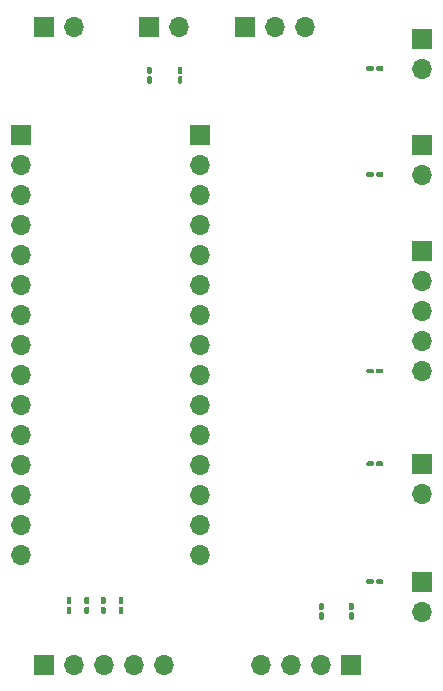
<source format=gbr>
%TF.GenerationSoftware,KiCad,Pcbnew,5.1.7-a382d34a8~88~ubuntu18.04.1*%
%TF.CreationDate,2021-02-15T20:29:51+09:00*%
%TF.ProjectId,atmega328p,61746d65-6761-4333-9238-702e6b696361,rev?*%
%TF.SameCoordinates,Original*%
%TF.FileFunction,Soldermask,Top*%
%TF.FilePolarity,Negative*%
%FSLAX46Y46*%
G04 Gerber Fmt 4.6, Leading zero omitted, Abs format (unit mm)*
G04 Created by KiCad (PCBNEW 5.1.7-a382d34a8~88~ubuntu18.04.1) date 2021-02-15 20:29:51*
%MOMM*%
%LPD*%
G01*
G04 APERTURE LIST*
%ADD10R,1.700000X1.700000*%
%ADD11O,1.700000X1.700000*%
G04 APERTURE END LIST*
D10*
%TO.C,J1*%
X63000000Y-52160000D03*
D11*
X63000000Y-54700000D03*
X63000000Y-57240000D03*
X63000000Y-59780000D03*
X63000000Y-62320000D03*
X63000000Y-64860000D03*
X63000000Y-67400000D03*
X63000000Y-69940000D03*
X63000000Y-72480000D03*
X63000000Y-75020000D03*
X63000000Y-77560000D03*
X63000000Y-80100000D03*
X63000000Y-82640000D03*
X63000000Y-85180000D03*
X63000000Y-87720000D03*
%TD*%
D10*
%TO.C,J2*%
X65000000Y-43000000D03*
D11*
X67540000Y-43000000D03*
%TD*%
%TO.C,J3*%
X78220000Y-87720000D03*
X78220000Y-85180000D03*
X78220000Y-82640000D03*
X78220000Y-80100000D03*
X78220000Y-77560000D03*
X78220000Y-75020000D03*
X78220000Y-72480000D03*
X78220000Y-69940000D03*
X78220000Y-67400000D03*
X78220000Y-64860000D03*
X78220000Y-62320000D03*
X78220000Y-59780000D03*
X78220000Y-57240000D03*
X78220000Y-54700000D03*
D10*
X78220000Y-52160000D03*
%TD*%
%TO.C,J4*%
X82000000Y-43000000D03*
D11*
X84540000Y-43000000D03*
X87080000Y-43000000D03*
%TD*%
%TO.C,J5*%
X97000000Y-46540000D03*
D10*
X97000000Y-44000000D03*
%TD*%
%TO.C,J6*%
X97000000Y-53000000D03*
D11*
X97000000Y-55540000D03*
%TD*%
D10*
%TO.C,J7*%
X97000000Y-62000000D03*
D11*
X97000000Y-64540000D03*
X97000000Y-67080000D03*
X97000000Y-69620000D03*
X97000000Y-72160000D03*
%TD*%
D10*
%TO.C,J8*%
X97000000Y-80000000D03*
D11*
X97000000Y-82540000D03*
%TD*%
%TO.C,J9*%
X97000000Y-92540000D03*
D10*
X97000000Y-90000000D03*
%TD*%
%TO.C,R1*%
G36*
G01*
X92910000Y-79910000D02*
X92910000Y-80110000D01*
G75*
G02*
X92810000Y-80210000I-100000J0D01*
G01*
X92375000Y-80210000D01*
G75*
G02*
X92275000Y-80110000I0J100000D01*
G01*
X92275000Y-79910000D01*
G75*
G02*
X92375000Y-79810000I100000J0D01*
G01*
X92810000Y-79810000D01*
G75*
G02*
X92910000Y-79910000I0J-100000D01*
G01*
G37*
G36*
G01*
X93725000Y-79910000D02*
X93725000Y-80110000D01*
G75*
G02*
X93625000Y-80210000I-100000J0D01*
G01*
X93190000Y-80210000D01*
G75*
G02*
X93090000Y-80110000I0J100000D01*
G01*
X93090000Y-79910000D01*
G75*
G02*
X93190000Y-79810000I100000J0D01*
G01*
X93625000Y-79810000D01*
G75*
G02*
X93725000Y-79910000I0J-100000D01*
G01*
G37*
%TD*%
%TO.C,R2*%
G36*
G01*
X93725000Y-89890000D02*
X93725000Y-90090000D01*
G75*
G02*
X93625000Y-90190000I-100000J0D01*
G01*
X93190000Y-90190000D01*
G75*
G02*
X93090000Y-90090000I0J100000D01*
G01*
X93090000Y-89890000D01*
G75*
G02*
X93190000Y-89790000I100000J0D01*
G01*
X93625000Y-89790000D01*
G75*
G02*
X93725000Y-89890000I0J-100000D01*
G01*
G37*
G36*
G01*
X92910000Y-89890000D02*
X92910000Y-90090000D01*
G75*
G02*
X92810000Y-90190000I-100000J0D01*
G01*
X92375000Y-90190000D01*
G75*
G02*
X92275000Y-90090000I0J100000D01*
G01*
X92275000Y-89890000D01*
G75*
G02*
X92375000Y-89790000I100000J0D01*
G01*
X92810000Y-89790000D01*
G75*
G02*
X92910000Y-89890000I0J-100000D01*
G01*
G37*
%TD*%
%TO.C,R3*%
G36*
G01*
X92910000Y-46440000D02*
X92910000Y-46640000D01*
G75*
G02*
X92810000Y-46740000I-100000J0D01*
G01*
X92375000Y-46740000D01*
G75*
G02*
X92275000Y-46640000I0J100000D01*
G01*
X92275000Y-46440000D01*
G75*
G02*
X92375000Y-46340000I100000J0D01*
G01*
X92810000Y-46340000D01*
G75*
G02*
X92910000Y-46440000I0J-100000D01*
G01*
G37*
G36*
G01*
X93725000Y-46440000D02*
X93725000Y-46640000D01*
G75*
G02*
X93625000Y-46740000I-100000J0D01*
G01*
X93190000Y-46740000D01*
G75*
G02*
X93090000Y-46640000I0J100000D01*
G01*
X93090000Y-46440000D01*
G75*
G02*
X93190000Y-46340000I100000J0D01*
G01*
X93625000Y-46340000D01*
G75*
G02*
X93725000Y-46440000I0J-100000D01*
G01*
G37*
%TD*%
%TO.C,R4*%
G36*
G01*
X93725000Y-55420000D02*
X93725000Y-55620000D01*
G75*
G02*
X93625000Y-55720000I-100000J0D01*
G01*
X93190000Y-55720000D01*
G75*
G02*
X93090000Y-55620000I0J100000D01*
G01*
X93090000Y-55420000D01*
G75*
G02*
X93190000Y-55320000I100000J0D01*
G01*
X93625000Y-55320000D01*
G75*
G02*
X93725000Y-55420000I0J-100000D01*
G01*
G37*
G36*
G01*
X92910000Y-55420000D02*
X92910000Y-55620000D01*
G75*
G02*
X92810000Y-55720000I-100000J0D01*
G01*
X92375000Y-55720000D01*
G75*
G02*
X92275000Y-55620000I0J100000D01*
G01*
X92275000Y-55420000D01*
G75*
G02*
X92375000Y-55320000I100000J0D01*
G01*
X92810000Y-55320000D01*
G75*
G02*
X92910000Y-55420000I0J-100000D01*
G01*
G37*
%TD*%
%TO.C,R5*%
G36*
G01*
X93725000Y-72060000D02*
X93725000Y-72260000D01*
G75*
G02*
X93625000Y-72360000I-100000J0D01*
G01*
X93190000Y-72360000D01*
G75*
G02*
X93090000Y-72260000I0J100000D01*
G01*
X93090000Y-72060000D01*
G75*
G02*
X93190000Y-71960000I100000J0D01*
G01*
X93625000Y-71960000D01*
G75*
G02*
X93725000Y-72060000I0J-100000D01*
G01*
G37*
G36*
G01*
X92910000Y-72060000D02*
X92910000Y-72260000D01*
G75*
G02*
X92810000Y-72360000I-100000J0D01*
G01*
X92375000Y-72360000D01*
G75*
G02*
X92275000Y-72260000I0J100000D01*
G01*
X92275000Y-72060000D01*
G75*
G02*
X92375000Y-71960000I100000J0D01*
G01*
X92810000Y-71960000D01*
G75*
G02*
X92910000Y-72060000I0J-100000D01*
G01*
G37*
%TD*%
%TO.C,J10*%
X65000000Y-97000000D03*
D11*
X67540000Y-97000000D03*
X70080000Y-97000000D03*
X72620000Y-97000000D03*
X75160000Y-97000000D03*
%TD*%
D10*
%TO.C,J11*%
X91000000Y-97000000D03*
D11*
X88460000Y-97000000D03*
X85920000Y-97000000D03*
X83380000Y-97000000D03*
%TD*%
%TO.C,R6*%
G36*
G01*
X67000000Y-91275000D02*
X67200000Y-91275000D01*
G75*
G02*
X67300000Y-91375000I0J-100000D01*
G01*
X67300000Y-91810000D01*
G75*
G02*
X67200000Y-91910000I-100000J0D01*
G01*
X67000000Y-91910000D01*
G75*
G02*
X66900000Y-91810000I0J100000D01*
G01*
X66900000Y-91375000D01*
G75*
G02*
X67000000Y-91275000I100000J0D01*
G01*
G37*
G36*
G01*
X67000000Y-92090000D02*
X67200000Y-92090000D01*
G75*
G02*
X67300000Y-92190000I0J-100000D01*
G01*
X67300000Y-92625000D01*
G75*
G02*
X67200000Y-92725000I-100000J0D01*
G01*
X67000000Y-92725000D01*
G75*
G02*
X66900000Y-92625000I0J100000D01*
G01*
X66900000Y-92190000D01*
G75*
G02*
X67000000Y-92090000I100000J0D01*
G01*
G37*
%TD*%
%TO.C,R7*%
G36*
G01*
X68500000Y-92090000D02*
X68700000Y-92090000D01*
G75*
G02*
X68800000Y-92190000I0J-100000D01*
G01*
X68800000Y-92625000D01*
G75*
G02*
X68700000Y-92725000I-100000J0D01*
G01*
X68500000Y-92725000D01*
G75*
G02*
X68400000Y-92625000I0J100000D01*
G01*
X68400000Y-92190000D01*
G75*
G02*
X68500000Y-92090000I100000J0D01*
G01*
G37*
G36*
G01*
X68500000Y-91275000D02*
X68700000Y-91275000D01*
G75*
G02*
X68800000Y-91375000I0J-100000D01*
G01*
X68800000Y-91810000D01*
G75*
G02*
X68700000Y-91910000I-100000J0D01*
G01*
X68500000Y-91910000D01*
G75*
G02*
X68400000Y-91810000I0J100000D01*
G01*
X68400000Y-91375000D01*
G75*
G02*
X68500000Y-91275000I100000J0D01*
G01*
G37*
%TD*%
%TO.C,R8*%
G36*
G01*
X69900000Y-91275000D02*
X70100000Y-91275000D01*
G75*
G02*
X70200000Y-91375000I0J-100000D01*
G01*
X70200000Y-91810000D01*
G75*
G02*
X70100000Y-91910000I-100000J0D01*
G01*
X69900000Y-91910000D01*
G75*
G02*
X69800000Y-91810000I0J100000D01*
G01*
X69800000Y-91375000D01*
G75*
G02*
X69900000Y-91275000I100000J0D01*
G01*
G37*
G36*
G01*
X69900000Y-92090000D02*
X70100000Y-92090000D01*
G75*
G02*
X70200000Y-92190000I0J-100000D01*
G01*
X70200000Y-92625000D01*
G75*
G02*
X70100000Y-92725000I-100000J0D01*
G01*
X69900000Y-92725000D01*
G75*
G02*
X69800000Y-92625000I0J100000D01*
G01*
X69800000Y-92190000D01*
G75*
G02*
X69900000Y-92090000I100000J0D01*
G01*
G37*
%TD*%
%TO.C,R9*%
G36*
G01*
X71400000Y-92090000D02*
X71600000Y-92090000D01*
G75*
G02*
X71700000Y-92190000I0J-100000D01*
G01*
X71700000Y-92625000D01*
G75*
G02*
X71600000Y-92725000I-100000J0D01*
G01*
X71400000Y-92725000D01*
G75*
G02*
X71300000Y-92625000I0J100000D01*
G01*
X71300000Y-92190000D01*
G75*
G02*
X71400000Y-92090000I100000J0D01*
G01*
G37*
G36*
G01*
X71400000Y-91275000D02*
X71600000Y-91275000D01*
G75*
G02*
X71700000Y-91375000I0J-100000D01*
G01*
X71700000Y-91810000D01*
G75*
G02*
X71600000Y-91910000I-100000J0D01*
G01*
X71400000Y-91910000D01*
G75*
G02*
X71300000Y-91810000I0J100000D01*
G01*
X71300000Y-91375000D01*
G75*
G02*
X71400000Y-91275000I100000J0D01*
G01*
G37*
%TD*%
%TO.C,R10*%
G36*
G01*
X88370000Y-91775000D02*
X88570000Y-91775000D01*
G75*
G02*
X88670000Y-91875000I0J-100000D01*
G01*
X88670000Y-92310000D01*
G75*
G02*
X88570000Y-92410000I-100000J0D01*
G01*
X88370000Y-92410000D01*
G75*
G02*
X88270000Y-92310000I0J100000D01*
G01*
X88270000Y-91875000D01*
G75*
G02*
X88370000Y-91775000I100000J0D01*
G01*
G37*
G36*
G01*
X88370000Y-92590000D02*
X88570000Y-92590000D01*
G75*
G02*
X88670000Y-92690000I0J-100000D01*
G01*
X88670000Y-93125000D01*
G75*
G02*
X88570000Y-93225000I-100000J0D01*
G01*
X88370000Y-93225000D01*
G75*
G02*
X88270000Y-93125000I0J100000D01*
G01*
X88270000Y-92690000D01*
G75*
G02*
X88370000Y-92590000I100000J0D01*
G01*
G37*
%TD*%
%TO.C,R11*%
G36*
G01*
X90900000Y-92590000D02*
X91100000Y-92590000D01*
G75*
G02*
X91200000Y-92690000I0J-100000D01*
G01*
X91200000Y-93125000D01*
G75*
G02*
X91100000Y-93225000I-100000J0D01*
G01*
X90900000Y-93225000D01*
G75*
G02*
X90800000Y-93125000I0J100000D01*
G01*
X90800000Y-92690000D01*
G75*
G02*
X90900000Y-92590000I100000J0D01*
G01*
G37*
G36*
G01*
X90900000Y-91775000D02*
X91100000Y-91775000D01*
G75*
G02*
X91200000Y-91875000I0J-100000D01*
G01*
X91200000Y-92310000D01*
G75*
G02*
X91100000Y-92410000I-100000J0D01*
G01*
X90900000Y-92410000D01*
G75*
G02*
X90800000Y-92310000I0J100000D01*
G01*
X90800000Y-91875000D01*
G75*
G02*
X90900000Y-91775000I100000J0D01*
G01*
G37*
%TD*%
D10*
%TO.C,J12*%
X73900000Y-43000000D03*
D11*
X76440000Y-43000000D03*
%TD*%
%TO.C,R12*%
G36*
G01*
X73800000Y-47190000D02*
X74000000Y-47190000D01*
G75*
G02*
X74100000Y-47290000I0J-100000D01*
G01*
X74100000Y-47725000D01*
G75*
G02*
X74000000Y-47825000I-100000J0D01*
G01*
X73800000Y-47825000D01*
G75*
G02*
X73700000Y-47725000I0J100000D01*
G01*
X73700000Y-47290000D01*
G75*
G02*
X73800000Y-47190000I100000J0D01*
G01*
G37*
G36*
G01*
X73800000Y-46375000D02*
X74000000Y-46375000D01*
G75*
G02*
X74100000Y-46475000I0J-100000D01*
G01*
X74100000Y-46910000D01*
G75*
G02*
X74000000Y-47010000I-100000J0D01*
G01*
X73800000Y-47010000D01*
G75*
G02*
X73700000Y-46910000I0J100000D01*
G01*
X73700000Y-46475000D01*
G75*
G02*
X73800000Y-46375000I100000J0D01*
G01*
G37*
%TD*%
%TO.C,R13*%
G36*
G01*
X76600000Y-47825000D02*
X76400000Y-47825000D01*
G75*
G02*
X76300000Y-47725000I0J100000D01*
G01*
X76300000Y-47290000D01*
G75*
G02*
X76400000Y-47190000I100000J0D01*
G01*
X76600000Y-47190000D01*
G75*
G02*
X76700000Y-47290000I0J-100000D01*
G01*
X76700000Y-47725000D01*
G75*
G02*
X76600000Y-47825000I-100000J0D01*
G01*
G37*
G36*
G01*
X76600000Y-47010000D02*
X76400000Y-47010000D01*
G75*
G02*
X76300000Y-46910000I0J100000D01*
G01*
X76300000Y-46475000D01*
G75*
G02*
X76400000Y-46375000I100000J0D01*
G01*
X76600000Y-46375000D01*
G75*
G02*
X76700000Y-46475000I0J-100000D01*
G01*
X76700000Y-46910000D01*
G75*
G02*
X76600000Y-47010000I-100000J0D01*
G01*
G37*
%TD*%
M02*

</source>
